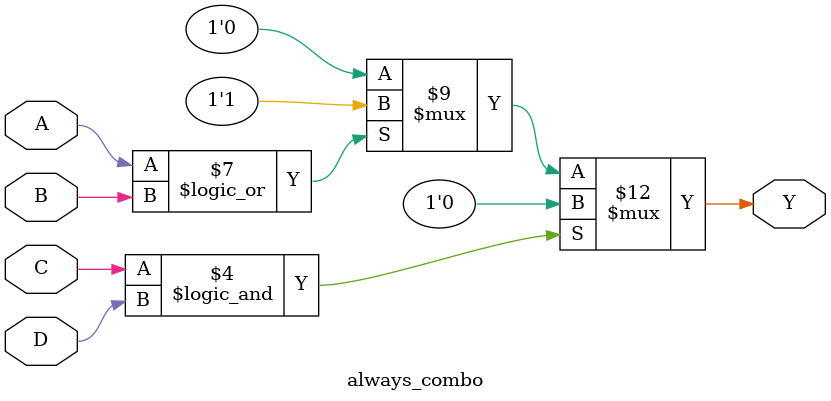
<source format=v>

module always_combo (
	input A, B, C, D,
	output reg Y);
	
	always @(A or B or C or D)
	begin
		if((C==1) && (D==1))
			Y <= 0;
		else if ((A==1) || (B==1))
			Y <= 1;
		else
			Y <= 0;
	end
endmodule
</source>
